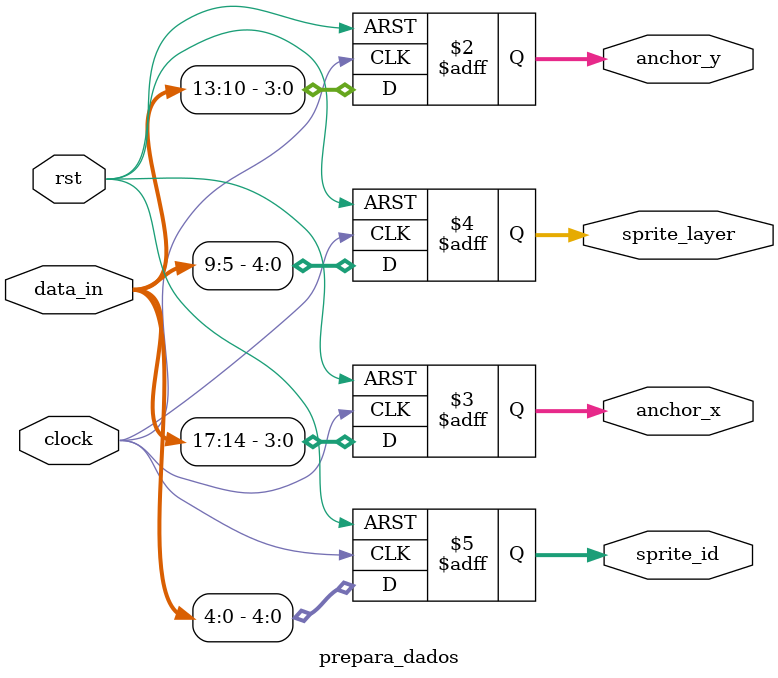
<source format=v>
module prepara_dados(
input clock,
input rst,
input [17:0] data_in,
output reg [3:0] anchor_y,
output reg [3:0] anchor_x,
output reg [4:0] sprite_layer,
output reg [4:0] sprite_id
); 


always @(posedge clock or posedge rst) 
begin 
	if (rst) begin 
	anchor_y <= 0;
	anchor_x <= 0;
	sprite_layer <= 0;
	sprite_id <= 0;
		end else begin
		anchor_y <= data_in[13:10];
		anchor_x <= data_in [17:14];
		sprite_layer <= data_in[9:5];
		sprite_id <= data_in[4:0];
		end
end

endmodule 
</source>
